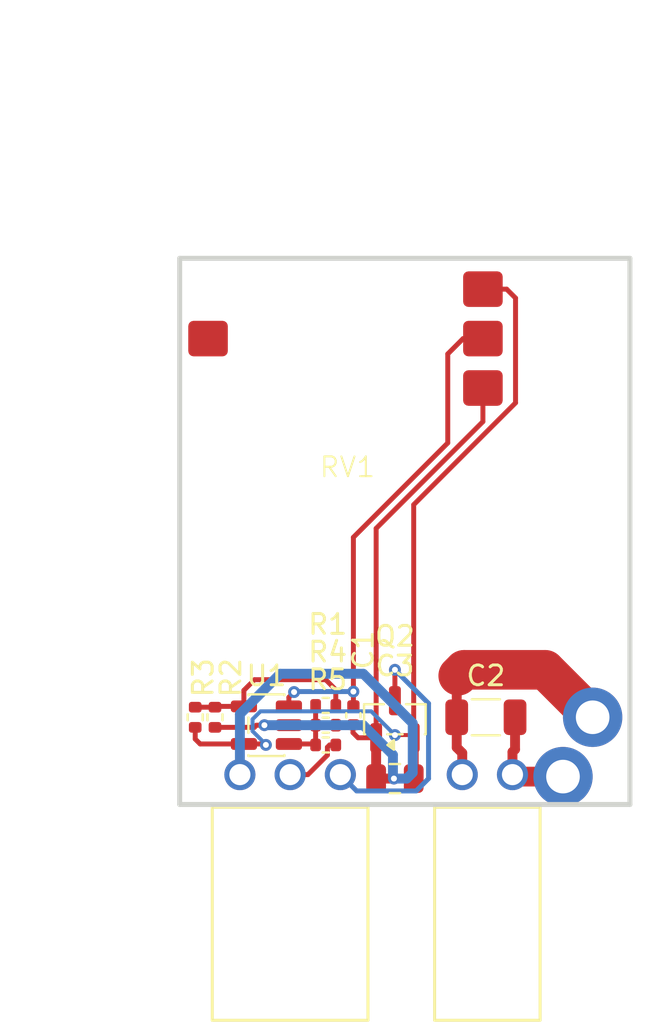
<source format=kicad_pcb>
(kicad_pcb (version 20241229) (generator "pcbnew") (generator_version "9.0")
  (layers (0 "F.Cu" signal) (2 "B.Cu" signal) (13 "F.Paste" user) (15 "B.Paste" user) (5 "F.SilkS" user "F.Silkscreen") (7 "B.SilkS" user "B.Silkscreen") (1 "F.Mask" user) (3 "B.Mask" user) (25 "Edge.Cuts" user))
  (net 0 "")
  (net 1 "GND")
  (net 2 "/MT2")
  (net 3 "/MT1")
  (net 4 "+5V")
  (net 5 "/VIN")
  (net 6 "/VPOS")
  (net 7 "/OUTPROT")
  (net 8 "/VREF")
  (net 9 "/OUT")
  (footprint "Capacitor_SMD:C_0805_2012Metric" (layer "F.Cu") (at 173.385 105.31 180)
    (property "Reference" "C3" (at 0 5.7 0) (layer "F.SilkS"))
    (property "Value" "10u" (hide yes))
    (fp_line (start -0.261252 0.735) (end 0.261252 0.735) (stroke (width 0.12)) (layer "F.SilkS"))
    (fp_line (start -0.261252 -0.735) (end 0.261252 -0.735) (stroke (width 0.12)) (layer "F.SilkS"))
    (pad "1" smd roundrect (at -0.95 0 180) (size 1 1.45) (layers "F.Cu" "F.Mask" "F.Paste") (net 4 "+5V"))
    (pad "2" smd roundrect (at 0.95 0 180) (size 1 1.45) (layers "F.Cu" "F.Mask" "F.Paste") (net 1 "GND"))
  )
  (footprint "Capacitor_SMD:C_1206_3216Metric" (layer "F.Cu") (at 177.985 102.21 180)
    (property "Reference" "C2" (at 0 2.1 0) (layer "F.SilkS"))
    (property "Value" "470n" (hide yes))
    (fp_line (start -0.711252 0.91) (end 0.711252 0.91) (stroke (width 0.12)) (layer "F.SilkS"))
    (fp_line (start -0.711252 -0.91) (end 0.711252 -0.91) (stroke (width 0.12)) (layer "F.SilkS"))
    (pad "1" smd roundrect (at -1.475 0 180) (size 1.15 1.8) (layers "F.Cu" "F.Mask" "F.Paste") (roundrect_rratio 0.217391) (net 3 "/MT1"))
    (pad "2" smd roundrect (at 1.475 0 180) (size 1.15 1.8) (layers "F.Cu" "F.Mask" "F.Paste") (roundrect_rratio 0.217391) (net 2 "/MT2"))
  )
  (footprint "Resistor_SMD:R_0402_1005Metric" (layer "F.Cu") (at 164.285 102.21 90)
    (property "Reference" "R3" (at 2 -0.6 90) (layer "F.SilkS"))
    (property "Value" "11k5" (hide yes))
    (fp_line (start -0.153641 -0.38) (end 0.153641 -0.38) (stroke (width 0.12)) (layer "F.SilkS"))
    (fp_line (start -0.153641 0.38) (end 0.153641 0.38) (stroke (width 0.12)) (layer "F.SilkS"))
    (pad "1" smd roundrect (at -0.51 0 90) (size 0.54 0.64) (layers "F.Cu" "F.Mask" "F.Paste") (net 1 "GND"))
    (pad "2" smd roundrect (at 0.51 0 90) (size 0.54 0.64) (layers "F.Cu" "F.Mask" "F.Paste") (net 8 "/VREF"))
  )
  (footprint "MountingHole:MountingHole_5mm" (layer "F.Cu") (at 170.135 83.06)
    (property "Reference" "MH1" (hide yes))
    (property "Value" "MountingHole_5mm" (hide yes))
    (pad "" np_thru_hole circle (at 0 0) (size 5 5) (drill 5) (layers "*.Cu" "*.Mask"))
  )
  (footprint "Resistor_SMD:R_0402_1005Metric" (layer "F.Cu") (at 169.885 103.61)
    (property "Reference" "R5" (at 0.1 -3.3 0) (layer "F.SilkS"))
    (property "Value" "2k2" (hide yes))
    (fp_line (start -0.153641 -0.38) (end 0.153641 -0.38) (stroke (width 0.12)) (layer "F.SilkS"))
    (fp_line (start -0.153641 0.38) (end 0.153641 0.38) (stroke (width 0.12)) (layer "F.SilkS"))
    (pad "1" smd roundrect (at -0.51 0) (size 0.54 0.64) (layers "F.Cu" "F.Mask" "F.Paste") (net 9 "/OUT"))
    (pad "2" smd roundrect (at 0.51 0) (size 0.54 0.64) (layers "F.Cu" "F.Mask" "F.Paste") (net 7 "/OUTPROT"))
  )
  (footprint "sensor-footprints:0666-0-15-15-32-27-10-0" (layer "F.Cu") (at 181.885 105.21)
    (property "Reference" "J3" (hide yes))
    (property "Value" "Conn_01x01_Socket" (hide yes))
    (pad "1" thru_hole circle (at 0 0) (size 3 3) (drill 1.7) (layers "*.Cu" "*.Mask") (net 3 "/MT1"))
  )
  (footprint "sensor-footprints:alps-rcd50-smd" (layer "F.Cu") (at 170.885 83.06 90)
    (property "Reference" "RV1" (at -6.5 0.1 0) (layer "F.SilkS") (effects (font (thickness 0.1))))
    (property "Value" "RDC503052A" (hide yes))
    (pad "" np_thru_hole circle (at -2.5 -3.75 90) (size 1.15 1.15) (drill 1.15) (layers "*.Cu" "*.Mask"))
    (pad "" np_thru_hole circle (at -2.5 3.75 90) (size 1.15 1.15) (drill oval 1.15 1.7) (layers "*.Cu" "*.Mask"))
    (pad "" np_thru_hole circle (at 2.5 -3.75 90) (size 1.15 1.15) (drill 1.15) (layers "*.Cu" "*.Mask"))
    (pad "" np_thru_hole circle (at 2.5 3.75 90) (size 1.15 1.15) (drill oval 1.15 1.7) (layers "*.Cu" "*.Mask"))
    (pad "1" smd roundrect (at -2.5 6.95 90) (size 1.8 2) (layers "F.Cu" "F.Mask" "F.Paste") (roundrect_rratio 0.15) (net 1 "GND"))
    (pad "2" smd roundrect (at 0 6.95 90) (size 1.8 2) (layers "F.Cu" "F.Mask" "F.Paste") (roundrect_rratio 0.15) (net 6 "/VPOS"))
    (pad "3" smd roundrect (at 2.5 6.95 90) (size 1.8 2) (layers "F.Cu" "F.Mask" "F.Paste") (roundrect_rratio 0.15) (net 4 "+5V"))
    (pad "4" smd roundrect (at 0 -6.95 90) (size 1.8 2) (layers "F.Cu" "F.Mask" "F.Paste") (roundrect_rratio 0.15))
  )
  (footprint "Package_TO_SOT_SMD:SOT-23" (layer "F.Cu") (at 173.385 102.31 90)
    (property "Reference" "Q2" (at 4.2 0 180) (layer "F.SilkS"))
    (property "Value" "BSS84" (hide yes))
    (fp_line (start 0.76 -1.56) (end 0.76 -0.56) (stroke (width 0.12)) (layer "F.SilkS"))
    (fp_line (start -0.76 -1.56) (end 0.76 -1.56) (stroke (width 0.12)) (layer "F.SilkS"))
    (fp_line (start -0.76 -1.51) (end -0.76 -1.56) (stroke (width 0.12)) (layer "F.SilkS"))
    (fp_line (start -0.76 0.39) (end -0.76 -0.39) (stroke (width 0.12)) (layer "F.SilkS"))
    (fp_line (start 0.76 0.56) (end 0.76 1.56) (stroke (width 0.12)) (layer "F.SilkS"))
    (fp_line (start 0.76 1.56) (end -0.76 1.56) (stroke (width 0.12)) (layer "F.SilkS"))
    (fp_line (start -0.76 1.56) (end -0.76 1.51) (stroke (width 0.12)) (layer "F.SilkS"))
    (fp_poly (pts (xy -1.3 -0.38) (xy -1.06 -0.05) (xy -1.54 -0.05)) (stroke (width 0.12)) (fill yes) (layer "F.SilkS"))
    (pad "1" smd roundrect (at -0.9375 -0.95 90) (size 1.475 0.6) (layers "F.Cu" "F.Mask" "F.Paste") (net 1 "GND"))
    (pad "2" smd roundrect (at -0.9375 0.95 90) (size 1.475 0.6) (layers "F.Cu" "F.Mask" "F.Paste") (net 4 "+5V"))
    (pad "3" smd roundrect (at 0.9375 0 90) (size 1.475 0.6) (layers "F.Cu" "F.Mask" "F.Paste") (net 5 "/VIN"))
  )
  (footprint "Capacitor_SMD:C_0402_1005Metric" (layer "F.Cu") (at 171.285 102.11 -90)
    (property "Reference" "C1" (at -3.3 -0.5 90) (layer "F.SilkS"))
    (property "Value" "1u" (hide yes))
    (fp_line (start -0.107836 0.36) (end 0.107836 0.36) (stroke (width 0.12)) (layer "F.SilkS"))
    (fp_line (start -0.107836 -0.36) (end 0.107836 -0.36) (stroke (width 0.12)) (layer "F.SilkS"))
    (pad "1" smd roundrect (at -0.48 0 270) (size 0.56 0.62) (layers "F.Cu" "F.Mask" "F.Paste") (net 6 "/VPOS"))
    (pad "2" smd roundrect (at 0.48 0 270) (size 0.56 0.62) (layers "F.Cu" "F.Mask" "F.Paste") (net 1 "GND"))
  )
  (footprint "Resistor_SMD:R_0402_1005Metric" (layer "F.Cu") (at 163.285 102.21 -90)
    (property "Reference" "R2" (at -2 -1.8 90) (layer "F.SilkS"))
    (property "Value" "11k5" (hide yes))
    (fp_line (start -0.153641 0.38) (end 0.153641 0.38) (stroke (width 0.12)) (layer "F.SilkS"))
    (fp_line (start -0.153641 -0.38) (end 0.153641 -0.38) (stroke (width 0.12)) (layer "F.SilkS"))
    (pad "1" smd roundrect (at -0.51 0 270) (size 0.54 0.64) (layers "F.Cu" "F.Mask" "F.Paste") (net 8 "/VREF"))
    (pad "2" smd roundrect (at 0.51 0 270) (size 0.54 0.64) (layers "F.Cu" "F.Mask" "F.Paste") (net 4 "+5V"))
  )
  (footprint "sensor-footprints:0666-0-15-15-32-27-10-0" (layer "F.Cu") (at 183.385 102.21)
    (property "Reference" "J4" (hide yes))
    (property "Value" "Conn_01x01_Socket" (hide yes))
    (pad "1" thru_hole circle (at 0 0) (size 3 3) (drill 1.7) (layers "*.Cu" "*.Mask") (net 2 "/MT2"))
  )
  (footprint "Resistor_SMD:R_0402_1005Metric" (layer "F.Cu") (at 169.885 102.61 180)
    (property "Reference" "R4" (at -0.1 3.7 0) (layer "F.SilkS"))
    (property "Value" "100k" (hide yes))
    (fp_line (start -0.153641 0.38) (end 0.153641 0.38) (stroke (width 0.12)) (layer "F.SilkS"))
    (fp_line (start -0.153641 -0.38) (end 0.153641 -0.38) (stroke (width 0.12)) (layer "F.SilkS"))
    (pad "1" smd roundrect (at -0.51 0 180) (size 0.54 0.64) (layers "F.Cu" "F.Mask" "F.Paste") (net 1 "GND"))
    (pad "2" smd roundrect (at 0.51 0 180) (size 0.54 0.64) (layers "F.Cu" "F.Mask" "F.Paste") (net 9 "/OUT"))
  )
  (footprint "Resistor_SMD:R_0402_1005Metric" (layer "F.Cu") (at 169.885 101.61 180)
    (property "Reference" "R1" (at -0.1 4.1 0) (layer "F.SilkS"))
    (property "Value" "10k" (hide yes))
    (fp_line (start -0.153641 0.38) (end 0.153641 0.38) (stroke (width 0.12)) (layer "F.SilkS"))
    (fp_line (start -0.153641 -0.38) (end 0.153641 -0.38) (stroke (width 0.12)) (layer "F.SilkS"))
    (pad "1" smd roundrect (at -0.51 0 180) (size 0.54 0.64) (layers "F.Cu" "F.Mask" "F.Paste") (net 8 "/VREF"))
    (pad "2" smd roundrect (at 0.51 0 180) (size 0.54 0.64) (layers "F.Cu" "F.Mask" "F.Paste") (net 9 "/OUT"))
  )
  (footprint "MountingHole:MountingHole_3mm" (layer "F.Cu") (at 164.585 97.31)
    (property "Reference" "MH3" (hide yes))
    (property "Value" "MountingHole_3mm" (hide yes))
    (pad "" np_thru_hole circle (at 0 0) (size 3 3) (drill 3) (layers "*.Cu" "*.Mask"))
  )
  (footprint "sensor-footprints:CONN03_22289031_MOL" (layer "F.Cu") (at 170.625 105.11)
    (property "Reference" "J1" (hide yes))
    (property "Value" "Conn_01x03" (hide yes))
    (fp_line (start -6.477 1.653032) (end -6.477 12.422632) (stroke (width 0.1524)) (layer "F.SilkS"))
    (fp_line (start -6.477 12.422632) (end 1.397 12.422632) (stroke (width 0.1524)) (layer "F.SilkS"))
    (fp_line (start 1.397 1.653032) (end -6.477 1.653032) (stroke (width 0.1524)) (layer "F.SilkS"))
    (fp_line (start 1.397 12.422632) (end 1.397 1.653032) (stroke (width 0.1524)) (layer "F.SilkS"))
    (pad "1" thru_hole circle (at 0 0) (size 1.5748 1.5748) (drill 1.0668) (layers "*.Cu" "*.Mask") (net 5 "/VIN"))
    (pad "2" thru_hole circle (at -2.54 0) (size 1.5748 1.5748) (drill 1.0668) (layers "*.Cu" "*.Mask") (net 7 "/OUTPROT"))
    (pad "3" thru_hole circle (at -5.08 0) (size 1.5748 1.5748) (drill 1.0668) (layers "*.Cu" "*.Mask") (net 1 "GND"))
  )
  (footprint "Package_TO_SOT_SMD:SOT-23-5" (layer "F.Cu") (at 166.885 102.61 180)
    (property "Reference" "U1" (at 0 2.5 0) (layer "F.SilkS"))
    (property "Value" "TLV9151IDBVR" (hide yes))
    (fp_line (start 0.91 1.56) (end -0.91 1.56) (stroke (width 0.12)) (layer "F.SilkS"))
    (fp_line (start 0.91 1.51) (end 0.91 1.56) (stroke (width 0.12)) (layer "F.SilkS"))
    (fp_line (start 0.91 -0.39) (end 0.91 0.39) (stroke (width 0.12)) (layer "F.SilkS"))
    (fp_line (start 0.91 -1.56) (end 0.91 -1.51) (stroke (width 0.12)) (layer "F.SilkS"))
    (fp_line (start -0.91 1.56) (end -0.91 1.51) (stroke (width 0.12)) (layer "F.SilkS"))
    (fp_line (start -0.91 -1.51) (end -0.91 -1.56) (stroke (width 0.12)) (layer "F.SilkS"))
    (fp_line (start -0.91 -1.56) (end 0.91 -1.56) (stroke (width 0.12)) (layer "F.SilkS"))
    (pad "1" smd roundrect (at -1.1375 -0.95 180) (size 1.325 0.6) (layers "F.Cu" "F.Mask" "F.Paste") (net 9 "/OUT"))
    (pad "2" smd roundrect (at -1.1375 0 180) (size 1.325 0.6) (layers "F.Cu" "F.Mask" "F.Paste") (net 1 "GND"))
    (pad "3" smd roundrect (at -1.1375 0.95 180) (size 1.325 0.6) (layers "F.Cu" "F.Mask" "F.Paste") (net 6 "/VPOS"))
    (pad "4" smd roundrect (at 1.1375 0.95 180) (size 1.325 0.6) (layers "F.Cu" "F.Mask" "F.Paste") (net 8 "/VREF"))
    (pad "5" smd roundrect (at 1.1375 -0.95 180) (size 1.325 0.6) (layers "F.Cu" "F.Mask" "F.Paste") (net 4 "+5V"))
  )
  (footprint "MountingHole:MountingHole_3mm" (layer "F.Cu") (at 181.685 92.81)
    (property "Reference" "MH2" (hide yes))
    (property "Value" "MountingHole_3mm" (hide yes))
    (pad "" np_thru_hole circle (at 0 0) (size 3 3) (drill 3) (layers "*.Cu" "*.Mask"))
  )
  (footprint "sensor-footprints:CONN02_22288021_MOL" (layer "F.Cu") (at 179.33 105.11)
    (property "Reference" "J2" (hide yes))
    (property "Value" "Conn_01x02" (hide yes))
    (fp_line (start -3.937 1.653032) (end -3.937 12.422632) (stroke (width 0.1524)) (layer "F.SilkS"))
    (fp_line (start -3.937 12.422632) (end 1.397 12.422632) (stroke (width 0.1524)) (layer "F.SilkS"))
    (fp_line (start 1.397 1.653032) (end -3.937 1.653032) (stroke (width 0.1524)) (layer "F.SilkS"))
    (fp_line (start 1.397 12.422632) (end 1.397 1.653032) (stroke (width 0.1524)) (layer "F.SilkS"))
    (pad "1" thru_hole circle (at 0 0) (size 1.5748 1.5748) (drill 1.0668) (layers "*.Cu" "*.Mask") (net 3 "/MT1"))
    (pad "2" thru_hole circle (at -2.54 0) (size 1.5748 1.5748) (drill 1.0668) (layers "*.Cu" "*.Mask") (net 2 "/MT2"))
  )
  (gr_line (start 162.5 106.62) (end 185.27 106.62) (stroke (width 0.25)) (layer "Edge.Cuts"))
  (gr_line (start 185.27 79) (end 185.27 106.62) (stroke (width 0.25)) (layer "Edge.Cuts"))
  (gr_line (start 162.5 79) (end 185.27 79) (stroke (width 0.25)) (layer "Edge.Cuts"))
  (gr_line (start 162.5 79) (end 162.5 106.62) (stroke (width 0.25)) (layer "Edge.Cuts"))
  (segment (start 171.265 102.99) (end 171.5225 103.2475) (width 0.25) (layer "F.Cu") (net 1))
  (segment (start 172.435 103.2475) (end 172.435 92.66) (width 0.25) (layer "F.Cu") (net 1))
  (segment (start 172.235 105.11) (end 172.435 105.31) (width 0.5) (layer "F.Cu") (net 1))
  (segment (start 172.435 103.2475) (end 172.435 105.31) (width 0.5) (layer "F.Cu") (net 1))
  (segment (start 168.0225 102.61) (end 167.885 102.61) (width 0.25) (layer "F.Cu") (net 1))
  (segment (start 166.275 102.72) (end 166.385 102.61) (width 0.25) (layer "F.Cu") (net 1))
  (segment (start 177.835 87.26) (end 177.835 85.56) (width 0.25) (layer "F.Cu") (net 1))
  (segment (start 170.395 102.61) (end 171.265 102.61) (width 0.25) (layer "F.Cu") (net 1))
  (segment (start 171.265 102.61) (end 171.265 102.99) (width 0.25) (layer "F.Cu") (net 1))
  (segment (start 171.5225 103.2475) (end 172.435 103.2475) (width 0.25) (layer "F.Cu") (net 1))
  (segment (start 164.285 102.72) (end 166.275 102.72) (width 0.25) (layer "F.Cu") (net 1))
  (segment (start 172.435 92.66) (end 177.835 87.26) (width 0.25) (layer "F.Cu") (net 1))
  (segment (start 171.265 102.61) (end 171.285 102.59) (width 0.25) (layer "F.Cu") (net 1))
  (segment (start 166.385 102.61) (end 168.0225 102.61) (width 0.25) (layer "F.Cu") (net 1))
  (segment (start 172.435 105.31) (end 173.335 105.31) (width 0.5) (layer "F.Cu") (net 1))
  (via (at 166.785 102.61) (size 0.6) (drill 0.3) (layers "F.Cu" "B.Cu") (net 1))
  (via (at 173.335 105.31) (size 0.6) (drill 0.3) (layers "F.Cu" "B.Cu") (net 1))
  (segment (start 165.545 102.05) (end 165.545 105.11) (width 0.5) (layer "B.Cu") (net 1))
  (segment (start 173.335 105.31) (end 173.285 105.26) (width 0.5) (layer "B.Cu") (net 1))
  (segment (start 167.585 100.01) (end 165.545 102.05) (width 0.5) (layer "B.Cu") (net 1))
  (segment (start 173.335 105.31) (end 173.985 105.31) (width 0.5) (layer "B.Cu") (net 1))
  (segment (start 171.785 100.01) (end 167.585 100.01) (width 0.5) (layer "B.Cu") (net 1))
  (segment (start 171.785 102.61) (end 166.785 102.61) (width 0.5) (layer "B.Cu") (net 1))
  (segment (start 173.285 104.11) (end 171.785 102.61) (width 0.5) (layer "B.Cu") (net 1))
  (segment (start 173.985 105.31) (end 174.285 105.01) (width 0.5) (layer "B.Cu") (net 1))
  (segment (start 174.285 105.01) (end 174.285 102.51) (width 0.5) (layer "B.Cu") (net 1))
  (segment (start 174.285 102.51) (end 171.785 100.01) (width 0.5) (layer "B.Cu") (net 1))
  (segment (start 173.285 105.26) (end 173.285 104.11) (width 0.5) (layer "B.Cu") (net 1))
  (segment (start 176.79 104.015) (end 176.51 103.735) (width 0.5) (layer "F.Cu") (net 2))
  (segment (start 180.985 99.81) (end 176.885 99.81) (width 2) (layer "F.Cu") (net 2))
  (segment (start 183.385 102.21) (end 180.985 99.81) (width 2) (layer "F.Cu") (net 2))
  (segment (start 176.79 105.11) (end 176.79 104.015) (width 0.5) (layer "F.Cu") (net 2))
  (segment (start 176.885 99.81) (end 176.585 100.11) (width 2) (layer "F.Cu") (net 2))
  (segment (start 176.51 100.185) (end 176.585 100.11) (width 0.5) (layer "F.Cu") (net 2))
  (segment (start 176.51 103.735) (end 176.51 102.21) (width 0.5) (layer "F.Cu") (net 2))
  (segment (start 176.51 102.21) (end 176.51 100.185) (width 0.5) (layer "F.Cu") (net 2))
  (segment (start 181.885 105.21) (end 179.43 105.21) (width 1) (layer "F.Cu") (net 3))
  (segment (start 179.46 103.835) (end 179.33 103.965) (width 0.5) (layer "F.Cu") (net 3))
  (segment (start 179.33 103.965) (end 179.33 105.11) (width 0.5) (layer "F.Cu") (net 3))
  (segment (start 179.46 102.21) (end 179.46 103.835) (width 0.5) (layer "F.Cu") (net 3))
  (segment (start 179.43 105.21) (end 179.33 105.11) (width 1) (layer "F.Cu") (net 3))
  (segment (start 179.485 86.31) (end 179.485 81.01) (width 0.25) (layer "F.Cu") (net 4))
  (segment (start 174.1975 103.11) (end 174.335 103.2475) (width 0.2) (layer "F.Cu") (net 4))
  (segment (start 165.7475 103.56) (end 166.812661 103.56) (width 0.25) (layer "F.Cu") (net 4))
  (segment (start 174.335 91.46) (end 179.485 86.31) (width 0.25) (layer "F.Cu") (net 4))
  (segment (start 174.335 105.31) (end 174.335 103.2475) (width 0.5) (layer "F.Cu") (net 4))
  (segment (start 163.535 103.56) (end 163.285 103.31) (width 0.25) (layer "F.Cu") (net 4))
  (segment (start 179.485 81.01) (end 179.035 80.56) (width 0.25) (layer "F.Cu") (net 4))
  (segment (start 166.812661 103.56) (end 166.86 103.607339) (width 0.25) (layer "F.Cu") (net 4))
  (segment (start 179.035 80.56) (end 177.835 80.56) (width 0.25) (layer "F.Cu") (net 4))
  (segment (start 174.335 103.2475) (end 174.335 91.46) (width 0.25) (layer "F.Cu") (net 4))
  (segment (start 173.385 103.11) (end 174.1975 103.11) (width 0.2) (layer "F.Cu") (net 4))
  (segment (start 163.285 103.31) (end 163.285 102.72) (width 0.25) (layer "F.Cu") (net 4))
  (segment (start 165.7475 103.56) (end 163.535 103.56) (width 0.25) (layer "F.Cu") (net 4))
  (via (at 173.385 103.11) (size 0.6) (drill 0.3) (layers "F.Cu" "B.Cu") (net 4))
  (via (at 166.86 103.607339) (size 0.6) (drill 0.3) (layers "F.Cu" "B.Cu") (net 4))
  (segment (start 172.185 101.91) (end 166.585 101.91) (width 0.2) (layer "B.Cu") (net 4))
  (segment (start 173.385 103.11) (end 172.185 101.91) (width 0.2) (layer "B.Cu") (net 4))
  (segment (start 166.585 101.91) (end 166.185 102.31) (width 0.2) (layer "B.Cu") (net 4))
  (segment (start 166.185 102.31) (end 166.185 102.91) (width 0.2) (layer "B.Cu") (net 4))
  (segment (start 166.185 102.91) (end 166.86 103.585) (width 0.2) (layer "B.Cu") (net 4))
  (segment (start 166.86 103.585) (end 166.86 103.607339) (width 0.2) (layer "B.Cu") (net 4))
  (segment (start 173.385 101.3725) (end 173.385 99.81) (width 0.25) (layer "F.Cu") (net 5))
  (via (at 173.385 99.81) (size 0.6) (drill 0.3) (layers "F.Cu" "B.Cu") (net 5))
  (segment (start 171.451 105.936) (end 170.625 105.11) (width 0.25) (layer "B.Cu") (net 5))
  (segment (start 175.085 105.31) (end 174.459 105.936) (width 0.25) (layer "B.Cu") (net 5))
  (segment (start 173.385 99.81) (end 175.085 101.51) (width 0.25) (layer "B.Cu") (net 5))
  (segment (start 175.085 101.51) (end 175.085 105.31) (width 0.25) (layer "B.Cu") (net 5))
  (segment (start 174.459 105.936) (end 171.451 105.936) (width 0.25) (layer "B.Cu") (net 5))
  (segment (start 176.835001 83.06) (end 176.058 83.837001) (width 0.25) (layer "F.Cu") (net 6))
  (segment (start 171.285 93.11) (end 171.285 100.91) (width 0.25) (layer "F.Cu") (net 6))
  (segment (start 168.0225 101.66) (end 168.0225 101.1975) (width 0.25) (layer "F.Cu") (net 6))
  (segment (start 171.285 101.63) (end 171.285 100.91) (width 0.25) (layer "F.Cu") (net 6))
  (segment (start 176.058 88.337) (end 171.285 93.11) (width 0.25) (layer "F.Cu") (net 6))
  (segment (start 177.835 83.06) (end 176.835001 83.06) (width 0.25) (layer "F.Cu") (net 6))
  (segment (start 176.058 83.837001) (end 176.058 88.337) (width 0.25) (layer "F.Cu") (net 6))
  (segment (start 168.0225 101.1975) (end 168.285 100.935) (width 0.25) (layer "F.Cu") (net 6))
  (via (at 171.285 100.91) (size 0.6) (drill 0.3) (layers "F.Cu" "B.Cu") (net 6))
  (via (at 168.285 100.935) (size 0.6) (drill 0.3) (layers "F.Cu" "B.Cu") (net 6))
  (segment (start 168.31 100.91) (end 171.285 100.91) (width 0.25) (layer "B.Cu") (net 6))
  (segment (start 168.285 100.935) (end 168.31 100.91) (width 0.25) (layer "B.Cu") (net 6))
  (segment (start 168.085 105.11) (end 168.985 105.11) (width 0.25) (layer "F.Cu") (net 7))
  (segment (start 168.985 105.11) (end 169.971 104.124) (width 0.25) (layer "F.Cu") (net 7))
  (segment (start 169.971 104.124) (end 169.971 103.724) (width 0.25) (layer "F.Cu") (net 7))
  (segment (start 170.085 103.61) (end 170.395 103.61) (width 0.25) (layer "F.Cu") (net 7))
  (segment (start 169.971 103.724) (end 170.085 103.61) (width 0.25) (layer "F.Cu") (net 7))
  (segment (start 165.7475 101.66) (end 165.7475 100.8475) (width 0.25) (layer "F.Cu") (net 8))
  (segment (start 165.7475 100.8475) (end 166.285 100.31) (width 0.25) (layer "F.Cu") (net 8))
  (segment (start 170.395 100.82) (end 170.395 101.61) (width 0.25) (layer "F.Cu") (net 8))
  (segment (start 166.285 100.31) (end 169.885 100.31) (width 0.25) (layer "F.Cu") (net 8))
  (segment (start 165.7475 101.66) (end 164.325 101.66) (width 0.25) (layer "F.Cu") (net 8))
  (segment (start 163.285 101.7) (end 164.285 101.7) (width 0.25) (layer "F.Cu") (net 8))
  (segment (start 169.885 100.31) (end 170.395 100.82) (width 0.25) (layer "F.Cu") (net 8))
  (segment (start 164.325 101.66) (end 164.285 101.7) (width 0.25) (layer "F.Cu") (net 8))
  (segment (start 169.325 103.56) (end 169.375 103.61) (width 0.25) (layer "F.Cu") (net 9))
  (segment (start 168.0225 103.56) (end 169.325 103.56) (width 0.25) (layer "F.Cu") (net 9))
  (segment (start 169.375 102.61) (end 169.375 103.61) (width 0.25) (layer "F.Cu") (net 9))
  (segment (start 169.375 101.61) (end 169.375 102.61) (width 0.25) (layer "F.Cu") (net 9))
)
</source>
